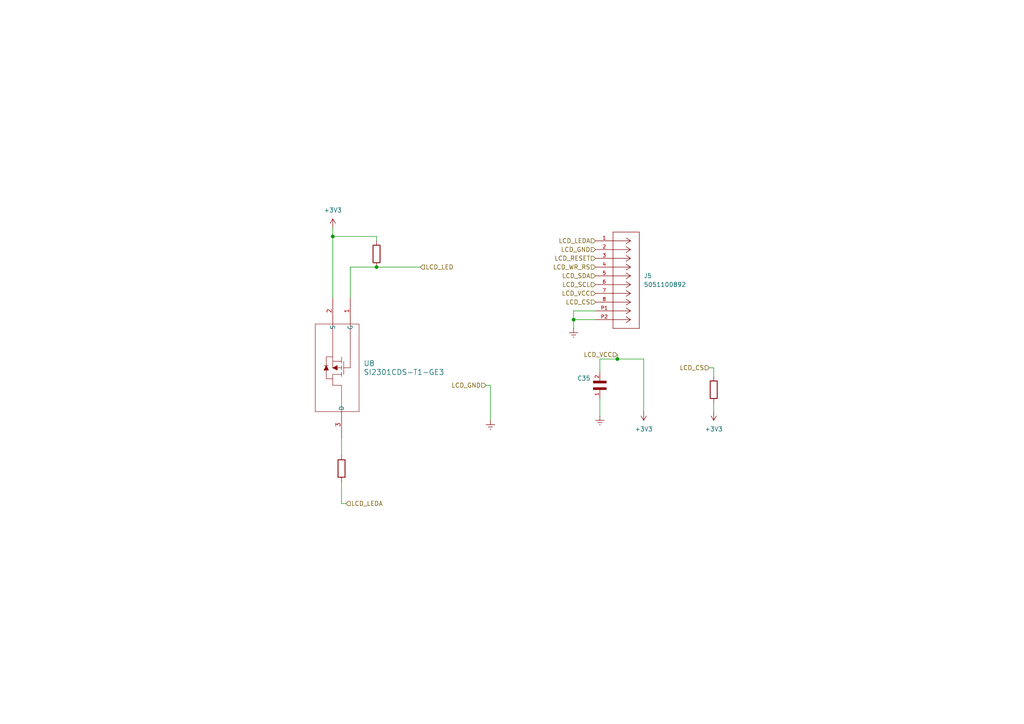
<source format=kicad_sch>
(kicad_sch (version 20250114) (generator "eeschema") (generator_version "9.0")
  (paper "A4")
  (lib_symbols
    (symbol "2025-11-18_06-15-31:SI2301CDS-T1-GE3" (pin_names (offset 0.254))
      (property "Reference" "U" (at 20.32 7.62 0))
      (property "Value" "SI2301CDS-T1-GE3" (at 20.32 5.08 0))
      (symbol "SI2301CDS-T1-GE3_0_1"
        (polyline (pts (xy 7.62 2.54) (xy 7.62 -10.16)) (stroke (width 0.127)))
        (polyline (pts (xy 7.62 -10.16) (xy 33.02 -10.16)) (stroke (width 0.127)))
        (polyline (pts (xy 17.145 -5.08) (xy 17.145 -6.985)) (stroke (width 0.127)))
        (polyline (pts (xy 17.145 -6.985) (xy 23.495 -6.985)) (stroke (width 0.127)))
        (polyline (pts (xy 18.415 -1.905) (xy 22.225 -1.905)) (stroke (width 0.127)))
        (polyline (pts (xy 18.415 -2.54) (xy 18.415 -5.08)) (stroke (width 0.127)))
        (polyline (pts (xy 19.05 -2.54) (xy 17.145 -2.54)) (stroke (width 0.127)))
        (polyline (pts (xy 19.685 -2.54) (xy 20.955 -2.54)) (stroke (width 0.127)))
        (polyline (pts (xy 19.685 -3.81) (xy 20.955 -3.81)) (stroke (width 0.127)))
        (polyline (pts (xy 19.685 -3.81) (xy 20.955 -3.81) (xy 20.32 -5.08)) (fill (type outline)))
        (polyline (pts (xy 19.685 -6.35) (xy 19.685 -7.62)) (stroke (width 0.127)))
        (polyline (pts (xy 19.685 -6.985) (xy 20.955 -6.35)) (stroke (width 0.127)))
        (polyline (pts (xy 19.685 -6.985) (xy 20.955 -6.35) (xy 20.955 -7.62)) (fill (type outline)))
        (polyline (pts (xy 20.32 0) (xy 7.62 0)) (stroke (width 0.127)))
        (polyline (pts (xy 20.32 -1.905) (xy 20.32 0)) (stroke (width 0.127)))
        (polyline (pts (xy 20.32 -2.54) (xy 20.32 -5.08)) (stroke (width 0.127)))
        (polyline (pts (xy 20.32 -5.08) (xy 7.62 -5.08)) (stroke (width 0.127)))
        (polyline (pts (xy 20.32 -5.08) (xy 19.685 -3.81)) (stroke (width 0.127)))
        (polyline (pts (xy 20.32 -5.08) (xy 20.955 -3.81)) (stroke (width 0.127)))
        (polyline (pts (xy 20.955 -6.35) (xy 20.955 -7.62)) (stroke (width 0.127)))
        (polyline (pts (xy 20.955 -7.62) (xy 19.685 -6.985)) (stroke (width 0.127)))
        (polyline (pts (xy 21.59 -2.54) (xy 22.86 -2.54)) (stroke (width 0.127)))
        (polyline (pts (xy 22.225 -2.54) (xy 22.225 -5.08)) (stroke (width 0.127)))
        (polyline (pts (xy 22.225 -5.08) (xy 25.4 -5.08)) (stroke (width 0.127)))
        (polyline (pts (xy 23.495 -5.08) (xy 23.495 -6.985)) (stroke (width 0.127)))
        (polyline (pts (xy 25.4 -2.54) (xy 33.02 -2.54)) (stroke (width 0.127)))
        (polyline (pts (xy 25.4 -5.08) (xy 25.4 -2.54)) (stroke (width 0.127)))
        (polyline (pts (xy 33.02 2.54) (xy 7.62 2.54)) (stroke (width 0.127)))
        (polyline (pts (xy 33.02 -10.16) (xy 33.02 2.54)) (stroke (width 0.127)))
        (pin unspecified line (at 0 0 0) (length 7.62) (name "G") (number "1"))
        (pin unspecified line (at 0 -5.08 0) (length 7.62) (name "S") (number "2"))
        (pin unspecified line (at 40.64 -2.54 180) (length 7.62) (name "D") (number "3"))
      )
    )
    (symbol "5051100892:5051100892" (pin_names (offset 1.016))
      (property "Reference" "J" (at 4.1656 5.3086 0))
      (property "Value" "5051100892" (at 4.8006 -11.2014 0))
      (symbol "5051100892_0_0"
        (polyline (pts (xy 5.08 2.54) (xy 5.08 -25.4)) (stroke (width 0.1524)))
        (polyline (pts (xy 5.08 -25.4) (xy 12.7 -25.4)) (stroke (width 0.1524)))
        (polyline (pts (xy 10.16 0) (xy 5.08 0)) (stroke (width 0.1524)))
        (polyline (pts (xy 10.16 0) (xy 8.89 0.8382)) (stroke (width 0.1524)))
        (polyline (pts (xy 10.16 0) (xy 8.89 -0.8382)) (stroke (width 0.1524)))
        (polyline (pts (xy 10.16 -2.54) (xy 5.08 -2.54)) (stroke (width 0.1524)))
        (polyline (pts (xy 10.16 -2.54) (xy 8.89 -1.7018)) (stroke (width 0.1524)))
        (polyline (pts (xy 10.16 -2.54) (xy 8.89 -3.3782)) (stroke (width 0.1524)))
        (polyline (pts (xy 10.16 -5.08) (xy 5.08 -5.08)) (stroke (width 0.1524)))
        (polyline (pts (xy 10.16 -5.08) (xy 8.89 -4.2418)) (stroke (width 0.1524)))
        (polyline (pts (xy 10.16 -5.08) (xy 8.89 -5.9182)) (stroke (width 0.1524)))
        (polyline (pts (xy 10.16 -7.62) (xy 5.08 -7.62)) (stroke (width 0.1524)))
        (polyline (pts (xy 10.16 -7.62) (xy 8.89 -6.7818)) (stroke (width 0.1524)))
        (polyline (pts (xy 10.16 -7.62) (xy 8.89 -8.4582)) (stroke (width 0.1524)))
        (polyline (pts (xy 10.16 -10.16) (xy 5.08 -10.16)) (stroke (width 0.1524)))
        (polyline (pts (xy 10.16 -10.16) (xy 8.89 -9.3218)) (stroke (width 0.1524)))
        (polyline (pts (xy 10.16 -10.16) (xy 8.89 -10.9982)) (stroke (width 0.1524)))
        (polyline (pts (xy 10.16 -12.7) (xy 5.08 -12.7)) (stroke (width 0.1524)))
        (polyline (pts (xy 10.16 -12.7) (xy 8.89 -11.8618)) (stroke (width 0.1524)))
        (polyline (pts (xy 10.16 -12.7) (xy 8.89 -13.5382)) (stroke (width 0.1524)))
        (polyline (pts (xy 10.16 -15.24) (xy 5.08 -15.24)) (stroke (width 0.1524)))
        (polyline (pts (xy 10.16 -15.24) (xy 8.89 -14.4018)) (stroke (width 0.1524)))
        (polyline (pts (xy 10.16 -15.24) (xy 8.89 -16.0782)) (stroke (width 0.1524)))
        (polyline (pts (xy 10.16 -17.78) (xy 5.08 -17.78)) (stroke (width 0.1524)))
        (polyline (pts (xy 10.16 -17.78) (xy 8.89 -16.9418)) (stroke (width 0.1524)))
        (polyline (pts (xy 10.16 -17.78) (xy 8.89 -18.6182)) (stroke (width 0.1524)))
        (polyline (pts (xy 10.16 -20.32) (xy 5.08 -20.32)) (stroke (width 0.1524)))
        (polyline (pts (xy 10.16 -20.32) (xy 8.89 -19.4818)) (stroke (width 0.1524)))
        (polyline (pts (xy 10.16 -20.32) (xy 8.89 -21.1582)) (stroke (width 0.1524)))
        (polyline (pts (xy 10.16 -22.86) (xy 5.08 -22.86)) (stroke (width 0.1524)))
        (polyline (pts (xy 10.16 -22.86) (xy 8.89 -22.0218)) (stroke (width 0.1524)))
        (polyline (pts (xy 10.16 -22.86) (xy 8.89 -23.6982)) (stroke (width 0.1524)))
        (polyline (pts (xy 12.7 2.54) (xy 5.08 2.54)) (stroke (width 0.1524)))
        (polyline (pts (xy 12.7 -25.4) (xy 12.7 2.54)) (stroke (width 0.1524)))
        (pin passive line (at 0 0 0) (length 5.08) (name "~") (number "1"))
        (pin passive line (at 0 -2.54 0) (length 5.08) (name "~") (number "2"))
        (pin passive line (at 0 -5.08 0) (length 5.08) (name "~") (number "3"))
        (pin passive line (at 0 -7.62 0) (length 5.08) (name "~") (number "4"))
        (pin passive line (at 0 -10.16 0) (length 5.08) (name "~") (number "5"))
        (pin passive line (at 0 -12.7 0) (length 5.08) (name "~") (number "6"))
        (pin passive line (at 0 -15.24 0) (length 5.08) (name "~") (number "7"))
        (pin passive line (at 0 -17.78 0) (length 5.08) (name "~") (number "8"))
        (pin passive line (at 0 -20.32 0) (length 5.08) (name "~") (number "P1"))
        (pin passive line (at 0 -22.86 0) (length 5.08) (name "~") (number "P2"))
      )
    )
    (symbol "CL10C100JB8NNNC:CL10C100JB8NNNC" (pin_names (offset 1.016))
      (property "Reference" "C" (at 0 3.8109 0))
      (property "Value" "CL10C100JB8NNNC" (at 0 -5.0885 0))
      (symbol "CL10C100JB8NNNC_0_0"
        (rectangle (start 0 -1.9069) (end 0.635 1.905) (stroke (width 0.1)) (fill (type outline)))
        (rectangle (start 1.9069 -1.9069) (end 2.54 1.905) (stroke (width 0.1)) (fill (type outline)))
        (pin passive line (at -2.54 0 0) (length 2.54) (name "~") (number "1"))
        (pin passive line (at 5.08 0 180) (length 2.54) (name "~") (number "2"))
      )
    )
    (symbol "Device:R" (pin_numbers (hide yes)) (pin_names (offset 0))
      (property "Reference" "R" (at 2.032 0 90))
      (property "Value" "R" (at 0 0 90))
      (symbol "R_0_1"
        (rectangle (start -1.016 -2.54) (end 1.016 2.54) (stroke (width 0.254)))
      )
      (symbol "R_1_1"
        (pin passive line (at 0 3.81 270) (length 1.27) (name "~") (number "1"))
        (pin passive line (at 0 -3.81 90) (length 1.27) (name "~") (number "2"))
      )
    )
    (symbol "power:+3V3" (power) (pin_numbers (hide yes)) (pin_names (offset 0) (hide yes))
      (property "Value" "+3V3" (at 0 3.556 0))
      (symbol "+3V3_0_1"
        (polyline (pts (xy -0.762 1.27) (xy 0 2.54)))
        (polyline (pts (xy 0 2.54) (xy 0.762 1.27)))
        (polyline (pts (xy 0 0) (xy 0 2.54)))
      )
      (symbol "+3V3_1_1"
        (pin power_in line (at 0 0 90) (length 0) (name "~") (number "1"))
      )
    )
    (symbol "power:Earth" (power) (pin_numbers (hide yes)) (pin_names (offset 0) (hide yes))
      (property "Value" "Earth" (at 0 -3.81 0))
      (symbol "Earth_0_1"
        (polyline (pts (xy -0.635 -1.905) (xy 0.635 -1.905)))
        (polyline (pts (xy -0.127 -2.54) (xy 0.127 -2.54)))
        (polyline (pts (xy 0 -1.27) (xy 0 0)))
        (polyline (pts (xy 1.27 -1.27) (xy -1.27 -1.27)))
      )
      (symbol "Earth_1_1"
        (pin power_in line (at 0 0 270) (length 0) (name "~") (number "1"))
      )
    )
  )
  (junction (at 96.52 68.58))
  (junction (at 109.22 77.47))
  (junction (at 166.37 92.71))
  (junction (at 179.07 104.14))
  (wire (pts (xy 173.99 104.14) (xy 179.07 104.14)))
  (wire (pts (xy 173.99 115.57) (xy 173.99 120.65)))
  (wire (pts (xy 101.6 86.36) (xy 101.6 77.47)))
  (wire (pts (xy 101.6 77.47) (xy 109.22 77.47)))
  (wire (pts (xy 179.07 104.14) (xy 186.69 104.14)))
  (wire (pts (xy 207.01 109.22) (xy 207.01 106.68)))
  (wire (pts (xy 142.24 111.76) (xy 140.97 111.76)))
  (wire (pts (xy 99.06 139.7) (xy 99.06 146.05)))
  (wire (pts (xy 179.07 102.87) (xy 179.07 104.14)))
  (wire (pts (xy 109.22 68.58) (xy 109.22 69.85)))
  (wire (pts (xy 96.52 68.58) (xy 109.22 68.58)))
  (wire (pts (xy 207.01 106.68) (xy 205.74 106.68)))
  (wire (pts (xy 207.01 116.84) (xy 207.01 119.38)))
  (wire (pts (xy 166.37 92.71) (xy 166.37 95.25)))
  (wire (pts (xy 109.22 77.47) (xy 121.92 77.47)))
  (wire (pts (xy 99.06 127) (xy 99.06 132.08)))
  (wire (pts (xy 99.06 146.05) (xy 100.33 146.05)))
  (wire (pts (xy 142.24 121.92) (xy 142.24 111.76)))
  (wire (pts (xy 172.72 90.17) (xy 166.37 90.17)))
  (wire (pts (xy 96.52 68.58) (xy 96.52 86.36)))
  (wire (pts (xy 166.37 90.17) (xy 166.37 92.71)))
  (wire (pts (xy 166.37 92.71) (xy 172.72 92.71)))
  (wire (pts (xy 173.99 107.95) (xy 173.99 104.14)))
  (wire (pts (xy 186.69 104.14) (xy 186.69 119.38)))
  (wire (pts (xy 96.52 66.04) (xy 96.52 68.58)))
  (hierarchical_label "LCD_CS" (shape input) (at 172.72 87.63 180))
  (hierarchical_label "LCD_LEDA" (shape input) (at 100.33 146.05 0))
  (hierarchical_label "LCD_SCL" (shape input) (at 172.72 82.55 180))
  (hierarchical_label "LCD_RESET" (shape input) (at 172.72 74.93 180))
  (hierarchical_label "LCD_GND" (shape input) (at 172.72 72.39 180))
  (hierarchical_label "LCD_LEDA" (shape input) (at 172.72 69.85 180))
  (hierarchical_label "LCD_LED" (shape input) (at 121.92 77.47 0))
  (hierarchical_label "LCD_WR_RS" (shape input) (at 172.72 77.47 180))
  (hierarchical_label "LCD_SDA" (shape input) (at 172.72 80.01 180))
  (hierarchical_label "LCD_GND" (shape input) (at 140.97 111.76 180))
  (hierarchical_label "LCD_CS" (shape input) (at 205.74 106.68 180))
  (hierarchical_label "LCD_VCC" (shape input) (at 172.72 85.09 180))
  (hierarchical_label "LCD_VCC" (shape input) (at 179.07 102.87 180))
  (symbol (lib_id "power:Earth") (at 173.99 120.65 0) (unit 1)
    (property "Reference" "#PWR080" (effects (hide yes)))
    (property "Value" "Earth" (effects (hide yes)))
    (property "Description" "Power symbol creates a global label with name \"Earth\"" (effects (hide yes)))
  )
  (symbol (lib_id "Device:R") (at 109.22 73.66 180) (unit 1)
    (property "Reference" "R41" (effects (hide yes)))
    (property "Value" "R" (effects (hide yes)))
    (property "Footprint" "Resistor_SMD:R_0201_0603Metric" (effects (hide yes)))
    (property "Description" "Resistor" (effects (hide yes)))
  )
  (symbol (lib_id "power:Earth") (at 142.24 121.92 0) (unit 1)
    (property "Reference" "#PWR082" (effects (hide yes)))
    (property "Value" "Earth" (effects (hide yes)))
    (property "Description" "Power symbol creates a global label with name \"Earth\"" (effects (hide yes)))
  )
  (symbol (lib_id "CL10C100JB8NNNC:CL10C100JB8NNNC") (at 173.99 113.03 90) (unit 1)
    (property "Reference" "C35" (at 167.386 109.728 90) (effects (justify right)))
    (property "Value" "CL10C100JB8NNNC" (effects (hide yes)))
    (property "Footprint" "Capacitor_SMD:C_0201_0603Metric" (effects (hide yes)))
    (property "L1_min" "0.1" (effects (hide yes)))
    (property "Check_prices" "https://www.snapeda.com/parts/CL10C100JB8NNNC/Samsung/view-part/?ref=eda" (effects (hide yes)))
    (property "Package" "SMD-2 Samsung" (effects (hide yes)))
    (property "SnapEDA_Link" "https://www.snapeda.com/parts/CL10C100JB8NNNC/Samsung/view-part/?ref=snap" (effects (hide yes)))
    (property "STANDARD" "IPC 7351B" (effects (hide yes)))
    (property "E_min" "0.7" (effects (hide yes)))
    (property "MF" "Samsung" (effects (hide yes)))
    (property "D_min" "1.5" (effects (hide yes)))
    (property "D_nom" "1.6" (effects (hide yes)))
    (property "L_min" "0.1" (effects (hide yes)))
    (property "E_max" "0.9" (effects (hide yes)))
    (property "L_max" "0.5" (effects (hide yes)))
    (property "A_max" "0.9" (effects (hide yes)))
    (property "L1_nom" "0.3" (effects (hide yes)))
    (property "Description_1" "10 pF ±5% 50V Ceramic Capacitor C0G, NP0 0603 (1608 Metric)" (effects (hide yes)))
    (property "D_max" "1.7" (effects (hide yes)))
    (property "A_nom" "0.9" (effects (hide yes)))
    (property "L1_max" "0.5" (effects (hide yes)))
    (property "A_min" "0.9" (effects (hide yes)))
    (property "Availability" "In Stock" (effects (hide yes)))
    (property "MP" "CL10C100JB8NNNC" (effects (hide yes)))
    (property "E_nom" "0.8" (effects (hide yes)))
    (property "MANUFACTURER" "Samsung Electro-Mechanics" (effects (hide yes)))
    (property "Price" "None" (effects (hide yes)))
    (property "L_nom" "0.3" (effects (hide yes)))
  )
  (symbol (lib_id "power:+3V3") (at 186.69 119.38 180) (unit 1)
    (property "Reference" "#PWR079" (effects (hide yes)))
    (property "Value" "+3V3" (at 186.69 124.46 0))
    (property "Description" "Power symbol creates a global label with name \"+3V3\"" (effects (hide yes)))
  )
  (symbol (lib_id "power:+3V3") (at 96.52 66.04 0) (unit 1)
    (property "Reference" "#PWR083" (effects (hide yes)))
    (property "Value" "+3V3" (at 96.52 60.96 0))
    (property "Description" "Power symbol creates a global label with name \"+3V3\"" (effects (hide yes)))
  )
  (symbol (lib_id "2025-11-18_06-15-31:SI2301CDS-T1-GE3") (at 101.6 86.36 270) (unit 1)
    (property "Reference" "U8" (at 105.41 105.4099 90) (effects (font (size 1.524 1.524)) (justify left)))
    (property "Value" "SI2301CDS-T1-GE3" (at 105.41 107.9499 90) (effects (font (size 1.524 1.524)) (justify left)))
    (property "Footprint" "Package_TO_SOT_SMD:SOT-23" (effects (hide yes)))
    (property "Datasheet" "https://www.vishay.com/doc?68741" (effects (hide yes)))
  )
  (symbol (lib_id "Device:R") (at 207.01 113.03 180) (unit 1)
    (property "Reference" "R40" (effects (hide yes)))
    (property "Value" "R" (effects (hide yes)))
    (property "Footprint" "Resistor_SMD:R_0201_0603Metric" (effects (hide yes)))
    (property "Description" "Resistor" (effects (hide yes)))
  )
  (symbol (lib_id "power:Earth") (at 166.37 95.25 0) (unit 1)
    (property "Reference" "#PWR084" (effects (hide yes)))
    (property "Value" "Earth" (effects (hide yes)))
    (property "Description" "Power symbol creates a global label with name \"Earth\"" (effects (hide yes)))
  )
  (symbol (lib_id "Device:R") (at 99.06 135.89 180) (unit 1)
    (property "Reference" "R42" (effects (hide yes)))
    (property "Value" "R" (effects (hide yes)))
    (property "Footprint" "Resistor_SMD:R_0201_0603Metric" (effects (hide yes)))
    (property "Description" "Resistor" (effects (hide yes)))
  )
  (symbol (lib_id "5051100892:5051100892") (at 172.72 69.85 0) (unit 1)
    (property "Reference" "J5" (at 186.69 80.0099 0) (effects (justify left)))
    (property "Value" "5051100892" (at 186.69 82.5499 0) (effects (justify left)))
    (property "Footprint" "Connector_FFC-FPC:Hirose_FH12-8S-0.5SH_1x08-1MP_P0.50mm_Horizontal" (effects (hide yes)))
    (property "MF" "Molex" (effects (hide yes)))
    (property "Description_1" "8 Position FFC, FPC Connector Contacts, Bottom 0.020 (0.50mm) Surface Mount, Right Angle" (effects (hide yes)))
    (property "Package" "None" (effects (hide yes)))
    (property "Price" "None" (effects (hide yes)))
    (property "Check_prices" "https://www.snapeda.com/parts/5051100892/Molex/view-part/?ref=eda" (effects (hide yes)))
    (property "Availability" "In Stock" (effects (hide yes)))
    (property "SnapEDA_Link" "https://www.snapeda.com/parts/5051100892/Molex/view-part/?ref=snap" (effects (hide yes)))
    (property "MP" "5051100892" (effects (hide yes)))
    (property "MFR_NAME" "Molex Connector Corporation" (effects (hide yes)))
    (property "MANUFACTURER_PART_NUMBER" "5051100892" (effects (hide yes)))
  )
  (symbol (lib_id "power:+3V3") (at 207.01 119.38 180) (unit 1)
    (property "Reference" "#PWR081" (effects (hide yes)))
    (property "Value" "+3V3" (at 207.01 124.46 0))
    (property "Description" "Power symbol creates a global label with name \"+3V3\"" (effects (hide yes)))
  )
)
</source>
